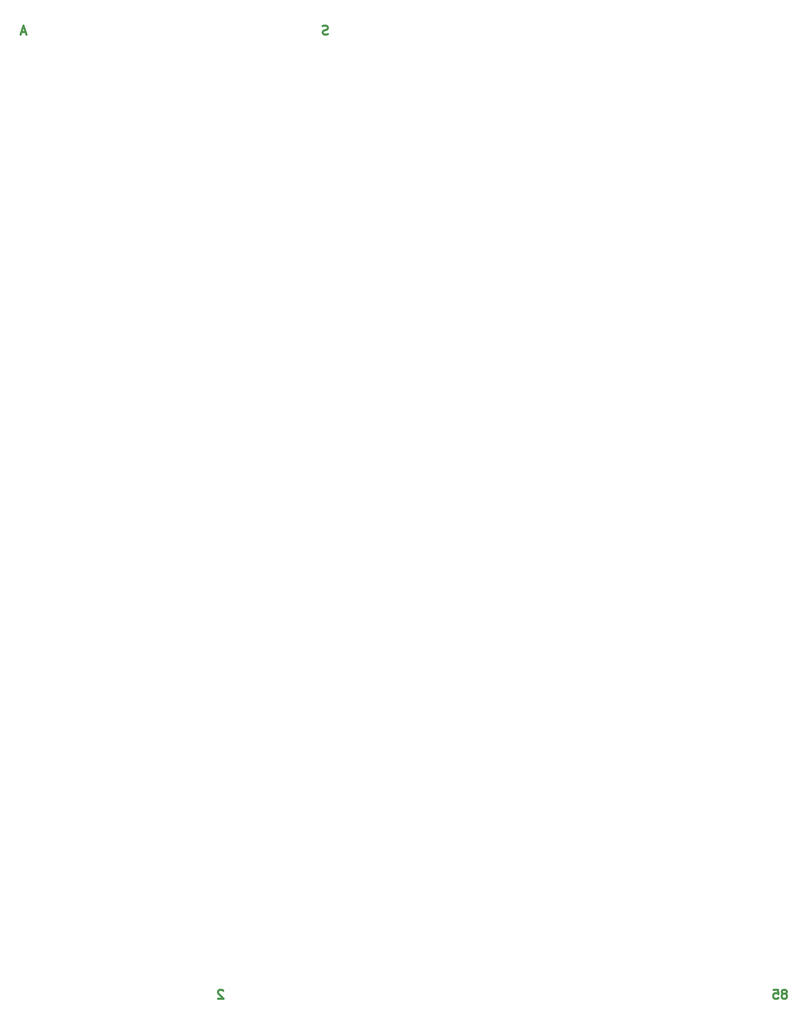
<source format=gbr>
%TF.GenerationSoftware,KiCad,Pcbnew,(6.0.1)*%
%TF.CreationDate,2022-04-20T20:45:43-06:00*%
%TF.ProjectId,star_wars_arcade_sound_pcb,73746172-5f77-4617-9273-5f6172636164,rev?*%
%TF.SameCoordinates,Original*%
%TF.FileFunction,Legend,Bot*%
%TF.FilePolarity,Positive*%
%FSLAX46Y46*%
G04 Gerber Fmt 4.6, Leading zero omitted, Abs format (unit mm)*
G04 Created by KiCad (PCBNEW (6.0.1)) date 2022-04-20 20:45:43*
%MOMM*%
%LPD*%
G01*
G04 APERTURE LIST*
%ADD10C,0.444500*%
G04 APERTURE END LIST*
D10*
X235331000Y-249343333D02*
X235500333Y-249258666D01*
X235585000Y-249174000D01*
X235669666Y-249004666D01*
X235669666Y-248920000D01*
X235585000Y-248750666D01*
X235500333Y-248666000D01*
X235331000Y-248581333D01*
X234992333Y-248581333D01*
X234823000Y-248666000D01*
X234738333Y-248750666D01*
X234653666Y-248920000D01*
X234653666Y-249004666D01*
X234738333Y-249174000D01*
X234823000Y-249258666D01*
X234992333Y-249343333D01*
X235331000Y-249343333D01*
X235500333Y-249428000D01*
X235585000Y-249512666D01*
X235669666Y-249682000D01*
X235669666Y-250020666D01*
X235585000Y-250190000D01*
X235500333Y-250274666D01*
X235331000Y-250359333D01*
X234992333Y-250359333D01*
X234823000Y-250274666D01*
X234738333Y-250190000D01*
X234653666Y-250020666D01*
X234653666Y-249682000D01*
X234738333Y-249512666D01*
X234823000Y-249428000D01*
X234992333Y-249343333D01*
X233045000Y-248581333D02*
X233891666Y-248581333D01*
X233976333Y-249428000D01*
X233891666Y-249343333D01*
X233722333Y-249258666D01*
X233299000Y-249258666D01*
X233129666Y-249343333D01*
X233045000Y-249428000D01*
X232960333Y-249597333D01*
X232960333Y-250020666D01*
X233045000Y-250190000D01*
X233129666Y-250274666D01*
X233299000Y-250359333D01*
X233722333Y-250359333D01*
X233891666Y-250274666D01*
X233976333Y-250190000D01*
X144018000Y-57869666D02*
X143764000Y-57954333D01*
X143340666Y-57954333D01*
X143171333Y-57869666D01*
X143086666Y-57785000D01*
X143002000Y-57615666D01*
X143002000Y-57446333D01*
X143086666Y-57277000D01*
X143171333Y-57192333D01*
X143340666Y-57107666D01*
X143679333Y-57023000D01*
X143848666Y-56938333D01*
X143933333Y-56853666D01*
X144018000Y-56684333D01*
X144018000Y-56515000D01*
X143933333Y-56345666D01*
X143848666Y-56261000D01*
X143679333Y-56176333D01*
X143256000Y-56176333D01*
X143002000Y-56261000D01*
X83608333Y-57446333D02*
X82761666Y-57446333D01*
X83777666Y-57954333D02*
X83185000Y-56176333D01*
X82592333Y-57954333D01*
X123063000Y-248750666D02*
X122978333Y-248666000D01*
X122809000Y-248581333D01*
X122385666Y-248581333D01*
X122216333Y-248666000D01*
X122131666Y-248750666D01*
X122047000Y-248920000D01*
X122047000Y-249089333D01*
X122131666Y-249343333D01*
X123147666Y-250359333D01*
X122047000Y-250359333D01*
M02*

</source>
